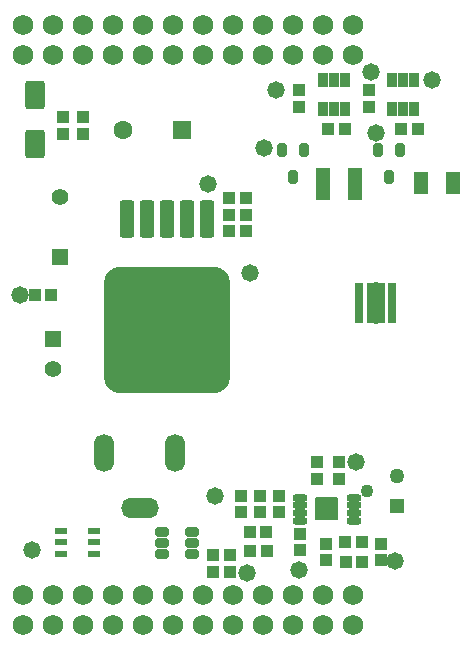
<source format=gts>
G04*
G04 #@! TF.GenerationSoftware,Altium Limited,Altium Designer,23.6.0 (18)*
G04*
G04 Layer_Color=8388736*
%FSLAX44Y44*%
%MOMM*%
G71*
G04*
G04 #@! TF.SameCoordinates,5EE9EB4A-2ACB-4C3E-BE2F-BD42E06AEEC1*
G04*
G04*
G04 #@! TF.FilePolarity,Negative*
G04*
G01*
G75*
%ADD23R,1.0000X0.6000*%
%ADD36R,0.8532X1.3032*%
%ADD37R,1.3032X1.9032*%
%ADD38R,1.3032X2.8032*%
G04:AMPARAMS|DCode=39|XSize=0.8032mm|YSize=1.2032mm|CornerRadius=0.1766mm|HoleSize=0mm|Usage=FLASHONLY|Rotation=180.000|XOffset=0mm|YOffset=0mm|HoleType=Round|Shape=RoundedRectangle|*
%AMROUNDEDRECTD39*
21,1,0.8032,0.8500,0,0,180.0*
21,1,0.4500,1.2032,0,0,180.0*
1,1,0.3532,-0.2250,0.4250*
1,1,0.3532,0.2250,0.4250*
1,1,0.3532,0.2250,-0.4250*
1,1,0.3532,-0.2250,-0.4250*
%
%ADD39ROUNDEDRECTD39*%
%ADD40R,1.1032X1.0032*%
%ADD41R,1.0032X1.1032*%
%ADD42R,0.7032X3.5032*%
%ADD43R,1.5032X3.5032*%
G04:AMPARAMS|DCode=44|XSize=0.8032mm|YSize=1.2032mm|CornerRadius=0.1766mm|HoleSize=0mm|Usage=FLASHONLY|Rotation=270.000|XOffset=0mm|YOffset=0mm|HoleType=Round|Shape=RoundedRectangle|*
%AMROUNDEDRECTD44*
21,1,0.8032,0.8500,0,0,270.0*
21,1,0.4500,1.2032,0,0,270.0*
1,1,0.3532,-0.4250,-0.2250*
1,1,0.3532,-0.4250,0.2250*
1,1,0.3532,0.4250,0.2250*
1,1,0.3532,0.4250,-0.2250*
%
%ADD44ROUNDEDRECTD44*%
G04:AMPARAMS|DCode=45|XSize=2.4032mm|YSize=1.7032mm|CornerRadius=0.2891mm|HoleSize=0mm|Usage=FLASHONLY|Rotation=90.000|XOffset=0mm|YOffset=0mm|HoleType=Round|Shape=RoundedRectangle|*
%AMROUNDEDRECTD45*
21,1,2.4032,1.1250,0,0,90.0*
21,1,1.8250,1.7032,0,0,90.0*
1,1,0.5782,0.5625,0.9125*
1,1,0.5782,0.5625,-0.9125*
1,1,0.5782,-0.5625,-0.9125*
1,1,0.5782,-0.5625,0.9125*
%
%ADD45ROUNDEDRECTD45*%
G04:AMPARAMS|DCode=46|XSize=10.7032mm|YSize=10.7032mm|CornerRadius=1.4141mm|HoleSize=0mm|Usage=FLASHONLY|Rotation=90.000|XOffset=0mm|YOffset=0mm|HoleType=Round|Shape=RoundedRectangle|*
%AMROUNDEDRECTD46*
21,1,10.7032,7.8750,0,0,90.0*
21,1,7.8750,10.7032,0,0,90.0*
1,1,2.8282,3.9375,3.9375*
1,1,2.8282,3.9375,-3.9375*
1,1,2.8282,-3.9375,-3.9375*
1,1,2.8282,-3.9375,3.9375*
%
%ADD46ROUNDEDRECTD46*%
G04:AMPARAMS|DCode=47|XSize=3.1532mm|YSize=1.2532mm|CornerRadius=0.2329mm|HoleSize=0mm|Usage=FLASHONLY|Rotation=90.000|XOffset=0mm|YOffset=0mm|HoleType=Round|Shape=RoundedRectangle|*
%AMROUNDEDRECTD47*
21,1,3.1532,0.7875,0,0,90.0*
21,1,2.6875,1.2532,0,0,90.0*
1,1,0.4657,0.3938,1.3438*
1,1,0.4657,0.3938,-1.3438*
1,1,0.4657,-0.3938,-1.3438*
1,1,0.4657,-0.3938,1.3438*
%
%ADD47ROUNDEDRECTD47*%
G04:AMPARAMS|DCode=48|XSize=0.6132mm|YSize=1.2232mm|CornerRadius=0.2041mm|HoleSize=0mm|Usage=FLASHONLY|Rotation=90.000|XOffset=0mm|YOffset=0mm|HoleType=Round|Shape=RoundedRectangle|*
%AMROUNDEDRECTD48*
21,1,0.6132,0.8150,0,0,90.0*
21,1,0.2050,1.2232,0,0,90.0*
1,1,0.4082,0.4075,0.1025*
1,1,0.4082,0.4075,-0.1025*
1,1,0.4082,-0.4075,-0.1025*
1,1,0.4082,-0.4075,0.1025*
%
%ADD48ROUNDEDRECTD48*%
%ADD49C,1.7272*%
%ADD50R,1.2700X1.2700*%
%ADD51C,1.2700*%
%ADD52C,1.4092*%
%ADD53R,1.4092X1.4092*%
%ADD54O,1.7032X3.2032*%
%ADD55C,1.6032*%
%ADD56R,1.6032X1.6032*%
%ADD57O,3.2032X1.7032*%
%ADD58C,1.1032*%
%ADD59C,1.4732*%
%ADD60C,1.2032*%
G36*
X279386Y126067D02*
X279519Y126058D01*
X279649Y126032D01*
X279776Y125990D01*
X279895Y125931D01*
X280006Y125857D01*
X280106Y125769D01*
X280194Y125669D01*
X280268Y125558D01*
X280327Y125438D01*
X280369Y125312D01*
X280395Y125182D01*
X280404Y125049D01*
X280404Y107572D01*
X280395Y107439D01*
X280369Y107308D01*
X280327Y107182D01*
X280268Y107063D01*
X280194Y106952D01*
X280106Y106852D01*
X280006Y106764D01*
X279895Y106690D01*
X279776Y106631D01*
X279650Y106588D01*
X279519Y106562D01*
X279386Y106554D01*
X261909Y106554D01*
X261776Y106562D01*
X261646Y106588D01*
X261519Y106631D01*
X261400Y106690D01*
X261289Y106764D01*
X261189Y106852D01*
X261101Y106952D01*
X261027Y107063D01*
X260968Y107182D01*
X260926Y107308D01*
X260900Y107439D01*
X260891Y107572D01*
X260891Y125049D01*
X260900Y125182D01*
X260926Y125312D01*
X260968Y125438D01*
X261027Y125558D01*
X261101Y125669D01*
X261189Y125769D01*
X261289Y125857D01*
X261400Y125931D01*
X261519Y125990D01*
X261646Y126032D01*
X261776Y126058D01*
X261909Y126067D01*
X279386Y126067D01*
D02*
G37*
D23*
X73347Y97320D02*
D03*
Y87820D02*
D03*
Y78320D02*
D03*
X45847D02*
D03*
Y87820D02*
D03*
Y97320D02*
D03*
D36*
X267600Y479072D02*
D03*
X325747D02*
D03*
Y455072D02*
D03*
X335247D02*
D03*
X344747D02*
D03*
Y479072D02*
D03*
X335247D02*
D03*
X267600Y455072D02*
D03*
X277101D02*
D03*
X286600D02*
D03*
Y479072D02*
D03*
X277101D02*
D03*
D37*
X350769Y392187D02*
D03*
X377769D02*
D03*
D38*
X294957Y391238D02*
D03*
X267957D02*
D03*
D39*
X323538Y397354D02*
D03*
X314038Y420353D02*
D03*
X333038D02*
D03*
X242184Y397354D02*
D03*
X232684Y420353D02*
D03*
X251683D02*
D03*
D40*
X247724Y456870D02*
D03*
Y470871D02*
D03*
X306797Y456870D02*
D03*
Y470871D02*
D03*
X230490Y113344D02*
D03*
Y127344D02*
D03*
X316601Y72834D02*
D03*
Y86834D02*
D03*
X64147Y448067D02*
D03*
Y434067D02*
D03*
X47340D02*
D03*
Y448067D02*
D03*
X198400Y127344D02*
D03*
Y113344D02*
D03*
X270597Y86834D02*
D03*
Y72834D02*
D03*
X247858Y95085D02*
D03*
Y81085D02*
D03*
X214444Y113344D02*
D03*
Y127344D02*
D03*
X262666Y155734D02*
D03*
Y141734D02*
D03*
X281056Y141888D02*
D03*
Y155888D02*
D03*
D41*
X286165Y438024D02*
D03*
X272165D02*
D03*
X347774D02*
D03*
X333774D02*
D03*
X219882Y80560D02*
D03*
X205882D02*
D03*
X286718Y71574D02*
D03*
X300718D02*
D03*
X286682Y88598D02*
D03*
X300683D02*
D03*
X202252Y351354D02*
D03*
X188253D02*
D03*
X202252Y379658D02*
D03*
X188253D02*
D03*
X202252Y365506D02*
D03*
X188253D02*
D03*
X37476Y297238D02*
D03*
X23475D02*
D03*
X219777Y96575D02*
D03*
X205777D02*
D03*
X188521Y77251D02*
D03*
X174521D02*
D03*
X188521Y62939D02*
D03*
X174521D02*
D03*
D42*
X298395Y290402D02*
D03*
X326394D02*
D03*
D43*
X312394D02*
D03*
D44*
X131014Y87596D02*
D03*
Y97095D02*
D03*
X157014Y78095D02*
D03*
Y87596D02*
D03*
Y97095D02*
D03*
X131014Y78095D02*
D03*
D45*
X23605Y467100D02*
D03*
Y425099D02*
D03*
D46*
X135500Y267321D02*
D03*
D47*
X101400Y361321D02*
D03*
X169600D02*
D03*
X152550D02*
D03*
X135500D02*
D03*
X118450D02*
D03*
D48*
X247907Y106357D02*
D03*
Y112856D02*
D03*
Y119357D02*
D03*
Y125857D02*
D03*
X293907D02*
D03*
Y119357D02*
D03*
Y112856D02*
D03*
Y106357D02*
D03*
D49*
X292640Y500487D02*
D03*
X267240D02*
D03*
X241840D02*
D03*
X216440D02*
D03*
X191040D02*
D03*
X165640D02*
D03*
X140240D02*
D03*
X114840D02*
D03*
X89440D02*
D03*
X64040D02*
D03*
X38640D02*
D03*
X13240D02*
D03*
X292640Y525887D02*
D03*
X267240D02*
D03*
X241840D02*
D03*
X216440D02*
D03*
X191040D02*
D03*
X165640D02*
D03*
X140240D02*
D03*
X114840D02*
D03*
X89440D02*
D03*
X64040D02*
D03*
X38640D02*
D03*
X13240D02*
D03*
X89448Y43116D02*
D03*
X64048D02*
D03*
X241848D02*
D03*
X216448D02*
D03*
X267248D02*
D03*
X13248D02*
D03*
X38648D02*
D03*
X114848D02*
D03*
X140248D02*
D03*
X165648D02*
D03*
X191048D02*
D03*
X292648D02*
D03*
X13248Y17716D02*
D03*
X38648D02*
D03*
X64048D02*
D03*
X89448D02*
D03*
X114848D02*
D03*
X140248D02*
D03*
X165648D02*
D03*
X191048D02*
D03*
X216448D02*
D03*
X241848D02*
D03*
X267248D02*
D03*
X292648D02*
D03*
D50*
X330536Y118722D02*
D03*
D51*
Y144122D02*
D03*
D52*
X44809Y380227D02*
D03*
X38757Y234870D02*
D03*
D53*
X44809Y329426D02*
D03*
X38757Y259871D02*
D03*
D54*
X142315Y163844D02*
D03*
X82315D02*
D03*
D55*
X98003Y437211D02*
D03*
D56*
X148003D02*
D03*
D57*
X112315Y116844D02*
D03*
D58*
X304989Y131018D02*
D03*
D59*
X21623Y81145D02*
D03*
X227581Y471302D02*
D03*
X308376Y485814D02*
D03*
X359952Y479734D02*
D03*
X312102Y434630D02*
D03*
X217384Y421491D02*
D03*
X170132Y391752D02*
D03*
X11061Y297355D02*
D03*
X205724Y315939D02*
D03*
X135500Y267321D02*
D03*
X176418Y127293D02*
D03*
X203513Y61870D02*
D03*
X247446Y64688D02*
D03*
X270592Y116265D02*
D03*
X295629Y156184D02*
D03*
X328635Y72452D02*
D03*
D60*
X312440Y279097D02*
D03*
X312394Y290636D02*
D03*
Y302086D02*
D03*
M02*

</source>
